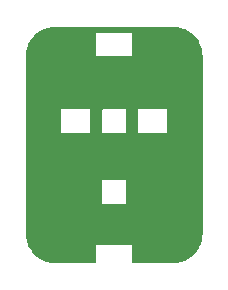
<source format=gbr>
%TF.GenerationSoftware,KiCad,Pcbnew,6.0.2-378541a8eb~116~ubuntu20.04.1*%
%TF.CreationDate,2022-03-06T10:26:14+01:00*%
%TF.ProjectId,amplifier,616d706c-6966-4696-9572-2e6b69636164,rev?*%
%TF.SameCoordinates,Original*%
%TF.FileFunction,Soldermask,Top*%
%TF.FilePolarity,Negative*%
%FSLAX46Y46*%
G04 Gerber Fmt 4.6, Leading zero omitted, Abs format (unit mm)*
G04 Created by KiCad (PCBNEW 6.0.2-378541a8eb~116~ubuntu20.04.1) date 2022-03-06 10:26:14*
%MOMM*%
%LPD*%
G01*
G04 APERTURE LIST*
G04 Aperture macros list*
%AMRoundRect*
0 Rectangle with rounded corners*
0 $1 Rounding radius*
0 $2 $3 $4 $5 $6 $7 $8 $9 X,Y pos of 4 corners*
0 Add a 4 corners polygon primitive as box body*
4,1,4,$2,$3,$4,$5,$6,$7,$8,$9,$2,$3,0*
0 Add four circle primitives for the rounded corners*
1,1,$1+$1,$2,$3*
1,1,$1+$1,$4,$5*
1,1,$1+$1,$6,$7*
1,1,$1+$1,$8,$9*
0 Add four rect primitives between the rounded corners*
20,1,$1+$1,$2,$3,$4,$5,0*
20,1,$1+$1,$4,$5,$6,$7,0*
20,1,$1+$1,$6,$7,$8,$9,0*
20,1,$1+$1,$8,$9,$2,$3,0*%
G04 Aperture macros list end*
%ADD10C,3.400000*%
%ADD11C,1.400000*%
%ADD12RoundRect,0.225000X-0.225000X-0.250000X0.225000X-0.250000X0.225000X0.250000X-0.225000X0.250000X0*%
%ADD13R,0.650000X0.400000*%
G04 APERTURE END LIST*
%TO.C,J3*%
G36*
X137500000Y-85500000D02*
G01*
X134500000Y-85500000D01*
X134500000Y-79500000D01*
X137500000Y-79500000D01*
X137500000Y-85500000D01*
G37*
%TO.C,J1*%
G36*
X125500000Y-85500000D02*
G01*
X122500000Y-85500000D01*
X122500000Y-79500000D01*
X125500000Y-79500000D01*
X125500000Y-85500000D01*
G37*
%TD*%
D10*
%TO.C,H1*%
X125000000Y-90000000D03*
%TD*%
D11*
%TO.C,J2*%
X130000000Y-90000000D03*
%TD*%
D10*
%TO.C,H3*%
X135000000Y-75000000D03*
%TD*%
D12*
%TO.C,C3*%
X132450000Y-82500000D03*
X134000000Y-82500000D03*
%TD*%
D13*
%TO.C,U1*%
X130950000Y-83150000D03*
X130950000Y-82500000D03*
X130950000Y-81850000D03*
X129050000Y-81850000D03*
X129050000Y-82500000D03*
X129050000Y-83150000D03*
%TD*%
D10*
%TO.C,H4*%
X135000000Y-90000000D03*
%TD*%
D12*
%TO.C,C1*%
X129225000Y-85000000D03*
X130775000Y-85000000D03*
%TD*%
%TO.C,C2*%
X126000000Y-82500000D03*
X127550000Y-82500000D03*
%TD*%
D10*
%TO.C,H2*%
X125000000Y-75000000D03*
%TD*%
G36*
X128503094Y-90746152D02*
G01*
X128518709Y-90746919D01*
X128531018Y-90748131D01*
X128539329Y-90749364D01*
X128603777Y-90779146D01*
X128641892Y-90839044D01*
X128641574Y-90910040D01*
X128602923Y-90969593D01*
X128538210Y-90998797D01*
X128520838Y-91000000D01*
X128518115Y-91000000D01*
X128502876Y-91004475D01*
X128501671Y-91005865D01*
X128500000Y-91013548D01*
X128500000Y-92374000D01*
X128479998Y-92442121D01*
X128426342Y-92488614D01*
X128374000Y-92500000D01*
X125372000Y-92500000D01*
X125303879Y-92479998D01*
X125257386Y-92426342D01*
X125246000Y-92374000D01*
X125246000Y-91003088D01*
X125246152Y-90996906D01*
X125246919Y-90981291D01*
X125248131Y-90968985D01*
X125249972Y-90956574D01*
X125252384Y-90944448D01*
X125255435Y-90932267D01*
X125259024Y-90920435D01*
X125263248Y-90908629D01*
X125267981Y-90897202D01*
X125273346Y-90885859D01*
X125279178Y-90874948D01*
X125285627Y-90864190D01*
X125292489Y-90853921D01*
X125299967Y-90843837D01*
X125307821Y-90834267D01*
X125316244Y-90824975D01*
X125324975Y-90816244D01*
X125334267Y-90807821D01*
X125343837Y-90799967D01*
X125353921Y-90792489D01*
X125364190Y-90785627D01*
X125374948Y-90779178D01*
X125385859Y-90773346D01*
X125397202Y-90767981D01*
X125408629Y-90763248D01*
X125420435Y-90759024D01*
X125432267Y-90755435D01*
X125444448Y-90752384D01*
X125456574Y-90749972D01*
X125468985Y-90748131D01*
X125481291Y-90746919D01*
X125496906Y-90746152D01*
X125503088Y-90746000D01*
X128496912Y-90746000D01*
X128503094Y-90746152D01*
G37*
G36*
X128503094Y-72746152D02*
G01*
X128518709Y-72746919D01*
X128531018Y-72748131D01*
X128539329Y-72749364D01*
X128603777Y-72779146D01*
X128641892Y-72839044D01*
X128641574Y-72910040D01*
X128602923Y-72969593D01*
X128538210Y-72998797D01*
X128520838Y-73000000D01*
X128518115Y-73000000D01*
X128502876Y-73004475D01*
X128501671Y-73005865D01*
X128500000Y-73013548D01*
X128500000Y-74981885D01*
X128504475Y-74997124D01*
X128505865Y-74998329D01*
X128513548Y-75000000D01*
X131481885Y-75000000D01*
X131497124Y-74995525D01*
X131498329Y-74994135D01*
X131500000Y-74986452D01*
X131500000Y-73018115D01*
X131495525Y-73002876D01*
X131494135Y-73001671D01*
X131486452Y-73000000D01*
X131479162Y-73000000D01*
X131411041Y-72979998D01*
X131364548Y-72926342D01*
X131354444Y-72856068D01*
X131383938Y-72791488D01*
X131443664Y-72753104D01*
X131460671Y-72749364D01*
X131468982Y-72748131D01*
X131481291Y-72746919D01*
X131496906Y-72746152D01*
X131503088Y-72746000D01*
X136040276Y-72746000D01*
X136096004Y-72758994D01*
X136242592Y-72831283D01*
X136256866Y-72839524D01*
X136515034Y-73012027D01*
X136528109Y-73022060D01*
X136761557Y-73226788D01*
X136773212Y-73238443D01*
X136977940Y-73471891D01*
X136987973Y-73484966D01*
X137160476Y-73743134D01*
X137168717Y-73757408D01*
X137306047Y-74035886D01*
X137312354Y-74051112D01*
X137412160Y-74345129D01*
X137416426Y-74361050D01*
X137477001Y-74665587D01*
X137479152Y-74681927D01*
X137499730Y-74995881D01*
X137500000Y-75004122D01*
X137500000Y-79628000D01*
X137479998Y-79696121D01*
X137426342Y-79742614D01*
X137374000Y-79754000D01*
X134626000Y-79754000D01*
X134557879Y-79733998D01*
X134511386Y-79680342D01*
X134500000Y-79628000D01*
X134500000Y-79518115D01*
X134495525Y-79502876D01*
X134494135Y-79501671D01*
X134486452Y-79500000D01*
X125518115Y-79500000D01*
X125502876Y-79504475D01*
X125501671Y-79505865D01*
X125500000Y-79513548D01*
X125500000Y-90981885D01*
X125504475Y-90997124D01*
X125505865Y-90998329D01*
X125513548Y-91000000D01*
X125628000Y-91000000D01*
X125696121Y-91020002D01*
X125742614Y-91073658D01*
X125754000Y-91126000D01*
X125754000Y-92374000D01*
X125733998Y-92442121D01*
X125680342Y-92488614D01*
X125628000Y-92500000D01*
X125004122Y-92500000D01*
X124995881Y-92499730D01*
X124681927Y-92479152D01*
X124665587Y-92477001D01*
X124361050Y-92416426D01*
X124345129Y-92412160D01*
X124051112Y-92312354D01*
X124035886Y-92306047D01*
X123757408Y-92168717D01*
X123743134Y-92160476D01*
X123484966Y-91987973D01*
X123471891Y-91977940D01*
X123238443Y-91773212D01*
X123226788Y-91761557D01*
X123022060Y-91528109D01*
X123012027Y-91515034D01*
X122839524Y-91256866D01*
X122831283Y-91242592D01*
X122693953Y-90964114D01*
X122687646Y-90948888D01*
X122587840Y-90654871D01*
X122583574Y-90638950D01*
X122522999Y-90334413D01*
X122520848Y-90318073D01*
X122500270Y-90004119D01*
X122500000Y-89995878D01*
X122500000Y-75004122D01*
X122500270Y-74995881D01*
X122520848Y-74681927D01*
X122522999Y-74665587D01*
X122583574Y-74361050D01*
X122587840Y-74345129D01*
X122687646Y-74051112D01*
X122693953Y-74035886D01*
X122831283Y-73757408D01*
X122839524Y-73743134D01*
X123012027Y-73484966D01*
X123022060Y-73471891D01*
X123226788Y-73238443D01*
X123238443Y-73226788D01*
X123471891Y-73022060D01*
X123484966Y-73012027D01*
X123743134Y-72839524D01*
X123757408Y-72831283D01*
X123903996Y-72758994D01*
X123959724Y-72746000D01*
X128496912Y-72746000D01*
X128503094Y-72746152D01*
G37*
G36*
X137442121Y-79266002D02*
G01*
X137488614Y-79319658D01*
X137500000Y-79372000D01*
X137500000Y-81628000D01*
X137479998Y-81696121D01*
X137426342Y-81742614D01*
X137374000Y-81754000D01*
X134503088Y-81754000D01*
X134496906Y-81753848D01*
X134481291Y-81753081D01*
X134468982Y-81751869D01*
X134460671Y-81750636D01*
X134396223Y-81720854D01*
X134358108Y-81660956D01*
X134358426Y-81589960D01*
X134397077Y-81530407D01*
X134461790Y-81501203D01*
X134479162Y-81500000D01*
X134481885Y-81500000D01*
X134497124Y-81495525D01*
X134498329Y-81494135D01*
X134500000Y-81486452D01*
X134500000Y-79518115D01*
X134495525Y-79502876D01*
X134494135Y-79501671D01*
X134486452Y-79500000D01*
X134479162Y-79500000D01*
X134411041Y-79479998D01*
X134364548Y-79426342D01*
X134354444Y-79356068D01*
X134383938Y-79291488D01*
X134443664Y-79253104D01*
X134460671Y-79249364D01*
X134468982Y-79248131D01*
X134481291Y-79246919D01*
X134496906Y-79246152D01*
X134503088Y-79246000D01*
X137374000Y-79246000D01*
X137442121Y-79266002D01*
G37*
G36*
X137273514Y-90766002D02*
G01*
X137320007Y-90819658D01*
X137330111Y-90889932D01*
X137324706Y-90912503D01*
X137312354Y-90948889D01*
X137306047Y-90964114D01*
X137168717Y-91242592D01*
X137160476Y-91256866D01*
X136987973Y-91515034D01*
X136977940Y-91528109D01*
X136773212Y-91761557D01*
X136761557Y-91773212D01*
X136528109Y-91977940D01*
X136515034Y-91987973D01*
X136256866Y-92160476D01*
X136242592Y-92168717D01*
X135964114Y-92306047D01*
X135948888Y-92312354D01*
X135654871Y-92412160D01*
X135638950Y-92416426D01*
X135334413Y-92477001D01*
X135318073Y-92479152D01*
X135004119Y-92499730D01*
X134995878Y-92500000D01*
X131626000Y-92500000D01*
X131557879Y-92479998D01*
X131511386Y-92426342D01*
X131500000Y-92374000D01*
X131500000Y-91018115D01*
X131495525Y-91002876D01*
X131494135Y-91001671D01*
X131486452Y-91000000D01*
X131479162Y-91000000D01*
X131411041Y-90979998D01*
X131364548Y-90926342D01*
X131354444Y-90856068D01*
X131383938Y-90791488D01*
X131443664Y-90753104D01*
X131460671Y-90749364D01*
X131468982Y-90748131D01*
X131481291Y-90746919D01*
X131496906Y-90746152D01*
X131503088Y-90746000D01*
X137205393Y-90746000D01*
X137273514Y-90766002D01*
G37*
G36*
X137442121Y-85266002D02*
G01*
X137488614Y-85319658D01*
X137500000Y-85372000D01*
X137500000Y-87628000D01*
X137479998Y-87696121D01*
X137426342Y-87742614D01*
X137374000Y-87754000D01*
X131003088Y-87754000D01*
X130996906Y-87753848D01*
X130981291Y-87753081D01*
X130968982Y-87751869D01*
X130960671Y-87750636D01*
X130896223Y-87720854D01*
X130858108Y-87660956D01*
X130858426Y-87589960D01*
X130897077Y-87530407D01*
X130961790Y-87501203D01*
X130979162Y-87500000D01*
X130981885Y-87500000D01*
X130997124Y-87495525D01*
X130998329Y-87494135D01*
X131000000Y-87486452D01*
X131000000Y-85518115D01*
X130995525Y-85502876D01*
X130994135Y-85501671D01*
X130986452Y-85500000D01*
X130979162Y-85500000D01*
X130911041Y-85479998D01*
X130864548Y-85426342D01*
X130854444Y-85356068D01*
X130883938Y-85291488D01*
X130943664Y-85253104D01*
X130960671Y-85249364D01*
X130968982Y-85248131D01*
X130981291Y-85246919D01*
X130996906Y-85246152D01*
X131003088Y-85246000D01*
X137374000Y-85246000D01*
X137442121Y-85266002D01*
G37*
G36*
X132003094Y-79246152D02*
G01*
X132018709Y-79246919D01*
X132031018Y-79248131D01*
X132039329Y-79249364D01*
X132103777Y-79279146D01*
X132141892Y-79339044D01*
X132141574Y-79410040D01*
X132102923Y-79469593D01*
X132038210Y-79498797D01*
X132020838Y-79500000D01*
X132018115Y-79500000D01*
X132002876Y-79504475D01*
X132001671Y-79505865D01*
X132000000Y-79513548D01*
X132000000Y-81481885D01*
X132004475Y-81497124D01*
X132005865Y-81498329D01*
X132013548Y-81500000D01*
X132020838Y-81500000D01*
X132088959Y-81520002D01*
X132135452Y-81573658D01*
X132145556Y-81643932D01*
X132116062Y-81708512D01*
X132056336Y-81746896D01*
X132039329Y-81750636D01*
X132031018Y-81751869D01*
X132018709Y-81753081D01*
X132003094Y-81753848D01*
X131996912Y-81754000D01*
X131003088Y-81754000D01*
X130996906Y-81753848D01*
X130981291Y-81753081D01*
X130968982Y-81751869D01*
X130960671Y-81750636D01*
X130896223Y-81720854D01*
X130858108Y-81660956D01*
X130858426Y-81589960D01*
X130897077Y-81530407D01*
X130961790Y-81501203D01*
X130979162Y-81500000D01*
X130981885Y-81500000D01*
X130997124Y-81495525D01*
X130998329Y-81494135D01*
X131000000Y-81486452D01*
X131000000Y-79518115D01*
X130995525Y-79502876D01*
X130994135Y-79501671D01*
X130986452Y-79500000D01*
X130979162Y-79500000D01*
X130911041Y-79479998D01*
X130864548Y-79426342D01*
X130854444Y-79356068D01*
X130883938Y-79291488D01*
X130943664Y-79253104D01*
X130960671Y-79249364D01*
X130968982Y-79248131D01*
X130981291Y-79246919D01*
X130996906Y-79246152D01*
X131003088Y-79246000D01*
X131996912Y-79246000D01*
X132003094Y-79246152D01*
G37*
G36*
X135004119Y-72500270D02*
G01*
X135318073Y-72520848D01*
X135334413Y-72522999D01*
X135638950Y-72583574D01*
X135654871Y-72587840D01*
X135948888Y-72687646D01*
X135964114Y-72693953D01*
X136242592Y-72831283D01*
X136256866Y-72839524D01*
X136515034Y-73012027D01*
X136528107Y-73022058D01*
X136540888Y-73033266D01*
X136578917Y-73093218D01*
X136578497Y-73164214D01*
X136539760Y-73223711D01*
X136475006Y-73252822D01*
X136457813Y-73254000D01*
X131626000Y-73254000D01*
X131557879Y-73233998D01*
X131511386Y-73180342D01*
X131500000Y-73128000D01*
X131500000Y-73018115D01*
X131495525Y-73002876D01*
X131494135Y-73001671D01*
X131486452Y-73000000D01*
X128518115Y-73000000D01*
X128502876Y-73004475D01*
X128501671Y-73005865D01*
X128500000Y-73013548D01*
X128500000Y-73128000D01*
X128479998Y-73196121D01*
X128426342Y-73242614D01*
X128374000Y-73254000D01*
X123542187Y-73254000D01*
X123474066Y-73233998D01*
X123427573Y-73180342D01*
X123417469Y-73110068D01*
X123446963Y-73045488D01*
X123459112Y-73033266D01*
X123471893Y-73022058D01*
X123484966Y-73012027D01*
X123743134Y-72839524D01*
X123757408Y-72831283D01*
X124035886Y-72693953D01*
X124051112Y-72687646D01*
X124345129Y-72587840D01*
X124361050Y-72583574D01*
X124665587Y-72522999D01*
X124681927Y-72520848D01*
X124995881Y-72500270D01*
X125004122Y-72500000D01*
X134995878Y-72500000D01*
X135004119Y-72500270D01*
G37*
G36*
X137442121Y-81266002D02*
G01*
X137488614Y-81319658D01*
X137500000Y-81372000D01*
X137500000Y-85628000D01*
X137479998Y-85696121D01*
X137426342Y-85742614D01*
X137374000Y-85754000D01*
X131126000Y-85754000D01*
X131057879Y-85733998D01*
X131011386Y-85680342D01*
X131000000Y-85628000D01*
X131000000Y-85518115D01*
X130995525Y-85502876D01*
X130994135Y-85501671D01*
X130986452Y-85500000D01*
X129018115Y-85500000D01*
X129002876Y-85504475D01*
X129001671Y-85505865D01*
X129000000Y-85513548D01*
X129000000Y-87481885D01*
X129004475Y-87497124D01*
X129005865Y-87498329D01*
X129013548Y-87500000D01*
X130981885Y-87500000D01*
X130997124Y-87495525D01*
X130998329Y-87494135D01*
X131000000Y-87486452D01*
X131000000Y-87372000D01*
X131020002Y-87303879D01*
X131073658Y-87257386D01*
X131126000Y-87246000D01*
X137374000Y-87246000D01*
X137442121Y-87266002D01*
X137488614Y-87319658D01*
X137500000Y-87372000D01*
X137500000Y-89995878D01*
X137499730Y-90004119D01*
X137479152Y-90318073D01*
X137477001Y-90334413D01*
X137416426Y-90638950D01*
X137412160Y-90654871D01*
X137312354Y-90948888D01*
X137306047Y-90964114D01*
X137197746Y-91183728D01*
X137149678Y-91235977D01*
X137084740Y-91254000D01*
X131626000Y-91254000D01*
X131557879Y-91233998D01*
X131511386Y-91180342D01*
X131500000Y-91128000D01*
X131500000Y-91018115D01*
X131495525Y-91002876D01*
X131494135Y-91001671D01*
X131486452Y-91000000D01*
X128518115Y-91000000D01*
X128502876Y-91004475D01*
X128501671Y-91005865D01*
X128500000Y-91013548D01*
X128500000Y-91128000D01*
X128479998Y-91196121D01*
X128426342Y-91242614D01*
X128374000Y-91254000D01*
X125503088Y-91254000D01*
X125496906Y-91253848D01*
X125481291Y-91253081D01*
X125468985Y-91251869D01*
X125456574Y-91250028D01*
X125444448Y-91247616D01*
X125432267Y-91244565D01*
X125420435Y-91240976D01*
X125408629Y-91236752D01*
X125397202Y-91232019D01*
X125385859Y-91226654D01*
X125374948Y-91220822D01*
X125364190Y-91214373D01*
X125353921Y-91207511D01*
X125343837Y-91200033D01*
X125334267Y-91192179D01*
X125324975Y-91183756D01*
X125316244Y-91175025D01*
X125307821Y-91165733D01*
X125299967Y-91156163D01*
X125292489Y-91146079D01*
X125285627Y-91135810D01*
X125279178Y-91125052D01*
X125273346Y-91114141D01*
X125267981Y-91102798D01*
X125263248Y-91091371D01*
X125259024Y-91079565D01*
X125255435Y-91067733D01*
X125252384Y-91055552D01*
X125249972Y-91043426D01*
X125248131Y-91031015D01*
X125246919Y-91018709D01*
X125246152Y-91003094D01*
X125246000Y-90996912D01*
X125246000Y-81503088D01*
X125246152Y-81496906D01*
X125246919Y-81481291D01*
X125248131Y-81468982D01*
X125249364Y-81460671D01*
X125279146Y-81396223D01*
X125339044Y-81358108D01*
X125410040Y-81358426D01*
X125469593Y-81397077D01*
X125498797Y-81461790D01*
X125500000Y-81479162D01*
X125500000Y-81481885D01*
X125504475Y-81497124D01*
X125505865Y-81498329D01*
X125513548Y-81500000D01*
X134481885Y-81500000D01*
X134497124Y-81495525D01*
X134498329Y-81494135D01*
X134500000Y-81486452D01*
X134500000Y-81372000D01*
X134520002Y-81303879D01*
X134573658Y-81257386D01*
X134626000Y-81246000D01*
X137374000Y-81246000D01*
X137442121Y-81266002D01*
G37*
G36*
X129003094Y-79246152D02*
G01*
X129018709Y-79246919D01*
X129031018Y-79248131D01*
X129039329Y-79249364D01*
X129103777Y-79279146D01*
X129141892Y-79339044D01*
X129141574Y-79410040D01*
X129102923Y-79469593D01*
X129038210Y-79498797D01*
X129020838Y-79500000D01*
X129018115Y-79500000D01*
X129002876Y-79504475D01*
X129001671Y-79505865D01*
X129000000Y-79513548D01*
X129000000Y-81481885D01*
X129004475Y-81497124D01*
X129005865Y-81498329D01*
X129013548Y-81500000D01*
X129020838Y-81500000D01*
X129088959Y-81520002D01*
X129135452Y-81573658D01*
X129145556Y-81643932D01*
X129116062Y-81708512D01*
X129056336Y-81746896D01*
X129039329Y-81750636D01*
X129031018Y-81751869D01*
X129018709Y-81753081D01*
X129003094Y-81753848D01*
X128996912Y-81754000D01*
X128003088Y-81754000D01*
X127996906Y-81753848D01*
X127981291Y-81753081D01*
X127968982Y-81751869D01*
X127960671Y-81750636D01*
X127896223Y-81720854D01*
X127858108Y-81660956D01*
X127858426Y-81589960D01*
X127897077Y-81530407D01*
X127961790Y-81501203D01*
X127979162Y-81500000D01*
X127981885Y-81500000D01*
X127997124Y-81495525D01*
X127998329Y-81494135D01*
X128000000Y-81486452D01*
X128000000Y-79518115D01*
X127995525Y-79502876D01*
X127994135Y-79501671D01*
X127986452Y-79500000D01*
X127979162Y-79500000D01*
X127911041Y-79479998D01*
X127864548Y-79426342D01*
X127854444Y-79356068D01*
X127883938Y-79291488D01*
X127943664Y-79253104D01*
X127960671Y-79249364D01*
X127968982Y-79248131D01*
X127981291Y-79246919D01*
X127996906Y-79246152D01*
X128003088Y-79246000D01*
X128996912Y-79246000D01*
X129003094Y-79246152D01*
G37*
M02*

</source>
